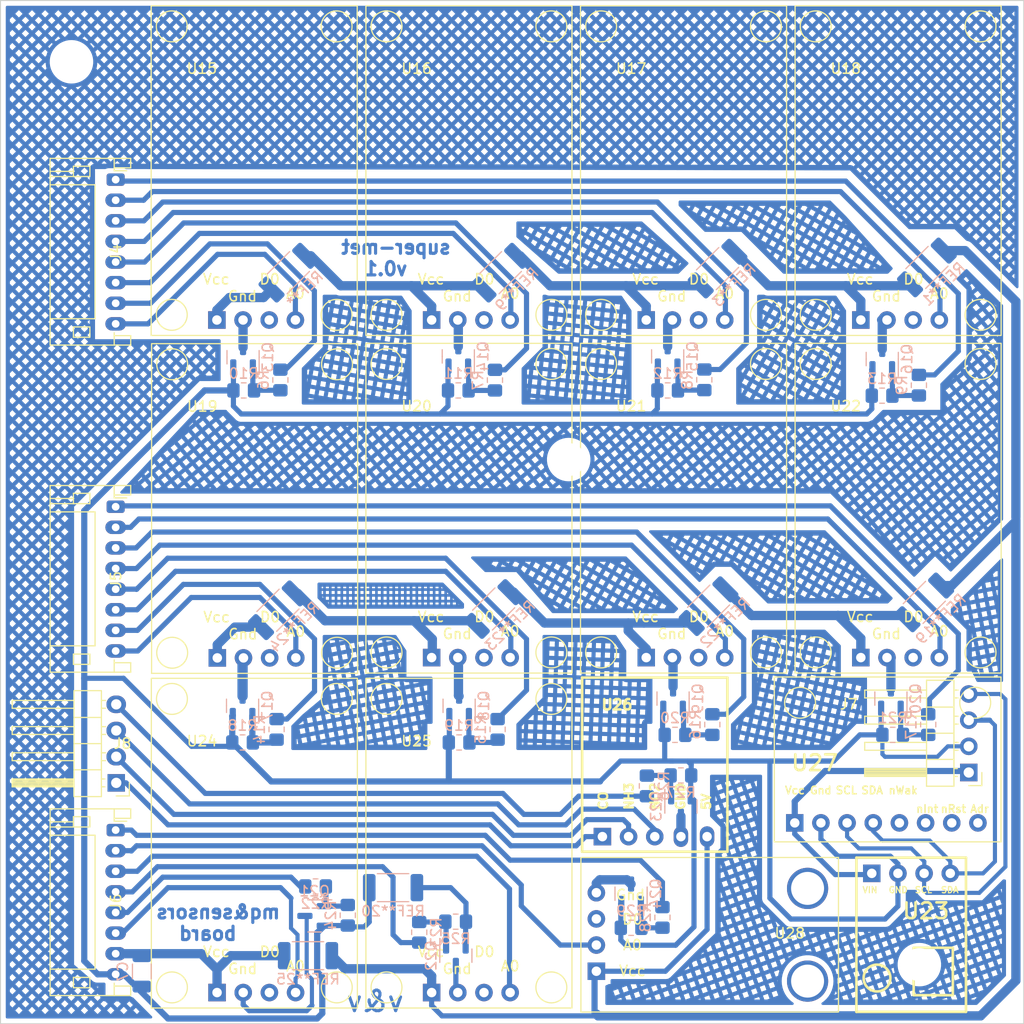
<source format=kicad_pcb>
(kicad_pcb (version 20211014) (generator pcbnew)
  (layers (0 "F.Cu" signal) (31 "B.Cu" signal) (34 "B.Paste" user) (35 "F.Paste" user) (36 "B.SilkS" user "B.Silkscreen") (37 "F.SilkS" user "F.Silkscreen") (38 "B.Mask" user) (39 "F.Mask" user) (44 "Edge.Cuts" user))
  (net 0 "")
  (net 1 "Board_0-/Sensors/3.3v_conn")
  (net 2 "Board_0-/Sensors/5.2v")
  (net 3 "Board_0-/Sensors/s10_en")
  (net 4 "Board_0-/Sensors/s10_out")
  (net 5 "Board_0-/Sensors/s11_12_13_en")
  (net 6 "Board_0-/Sensors/s11_out")
  (net 7 "Board_0-/Sensors/s12_out")
  (net 8 "Board_0-/Sensors/s13_out")
  (net 9 "Board_0-/Sensors/s14_en")
  (net 10 "Board_0-/Sensors/s14_out")
  (net 11 "Board_0-/Sensors/s1_en")
  (net 12 "Board_0-/Sensors/s1_out")
  (net 13 "Board_0-/Sensors/s2_en")
  (net 14 "Board_0-/Sensors/s2_out")
  (net 15 "Board_0-/Sensors/s3_en")
  (net 16 "Board_0-/Sensors/s3_out")
  (net 17 "Board_0-/Sensors/s4_en")
  (net 18 "Board_0-/Sensors/s4_out")
  (net 19 "Board_0-/Sensors/s5_en")
  (net 20 "Board_0-/Sensors/s5_out")
  (net 21 "Board_0-/Sensors/s6_en")
  (net 22 "Board_0-/Sensors/s6_out")
  (net 23 "Board_0-/Sensors/s7_en")
  (net 24 "Board_0-/Sensors/s7_out")
  (net 25 "Board_0-/Sensors/s8_en")
  (net 26 "Board_0-/Sensors/s8_out")
  (net 27 "Board_0-/Sensors/s9_en")
  (net 28 "Board_0-/Sensors/s9_out")
  (net 29 "Board_0-/Sensors/scl")
  (net 30 "Board_0-/Sensors/sda")
  (net 31 "Board_0-GND2")
  (net 32 "Board_0-Net-(Q13-Pad1)")
  (net 33 "Board_0-Net-(Q13-Pad3)")
  (net 34 "Board_0-Net-(Q14-Pad1)")
  (net 35 "Board_0-Net-(Q14-Pad3)")
  (net 36 "Board_0-Net-(Q15-Pad1)")
  (net 37 "Board_0-Net-(Q15-Pad3)")
  (net 38 "Board_0-Net-(Q16-Pad1)")
  (net 39 "Board_0-Net-(Q16-Pad3)")
  (net 40 "Board_0-Net-(Q17-Pad1)")
  (net 41 "Board_0-Net-(Q17-Pad3)")
  (net 42 "Board_0-Net-(Q18-Pad1)")
  (net 43 "Board_0-Net-(Q18-Pad3)")
  (net 44 "Board_0-Net-(Q19-Pad1)")
  (net 45 "Board_0-Net-(Q19-Pad3)")
  (net 46 "Board_0-Net-(Q20-Pad1)")
  (net 47 "Board_0-Net-(Q20-Pad3)")
  (net 48 "Board_0-Net-(Q21-Pad1)")
  (net 49 "Board_0-Net-(Q21-Pad3)")
  (net 50 "Board_0-Net-(Q22-Pad1)")
  (net 51 "Board_0-Net-(Q22-Pad3)")
  (net 52 "Board_0-Net-(Q23-Pad1)")
  (net 53 "Board_0-Net-(Q23-Pad3)")
  (net 54 "Board_0-Net-(Q24-Pad1)")
  (net 55 "Board_0-Net-(Q24-Pad3)")
  (net 56 "Board_0-unconnected-(U15-Pad3)")
  (net 57 "Board_0-unconnected-(U16-Pad3)")
  (net 58 "Board_0-unconnected-(U17-Pad3)")
  (net 59 "Board_0-unconnected-(U18-Pad3)")
  (net 60 "Board_0-unconnected-(U19-Pad3)")
  (net 61 "Board_0-unconnected-(U20-Pad3)")
  (net 62 "Board_0-unconnected-(U21-Pad3)")
  (net 63 "Board_0-unconnected-(U22-Pad3)")
  (net 64 "Board_0-unconnected-(U24-Pad3)")
  (net 65 "Board_0-unconnected-(U25-Pad3)")
  (net 66 "Board_0-unconnected-(U27-Pad5)")
  (net 67 "Board_0-unconnected-(U27-Pad6)")
  (net 68 "Board_0-unconnected-(U27-Pad7)")
  (net 69 "Board_0-unconnected-(U27-Pad8)")
  (net 70 "Board_0-unconnected-(U28-Pad3)")
  (footprint "super-met:MQ BLUE GENERIC MODULE" (layer "F.Cu") (at 80.4614 60.311 90)
    (fp_text reference "U15")
    (fp_text value "MQ GENERIC BOARD SENSOR")
  )
  (footprint "super-met:MQ BLUE GENERIC MODULE" (layer "F.Cu") (at 80.4774 125.589 90)
    (fp_text reference "U24")
    (fp_text value "MQ GENERIC BOARD SENSOR")
  )
  (footprint "super-met:MQ BLUE GENERIC MODULE" (layer "F.Cu") (at 101.3054 60.311 90)
    (fp_text reference "U16")
    (fp_text value "MQ GENERIC BOARD SENSOR")
  )
  (footprint "super-met:MS-1100" (layer "F.Cu") (at 124.6734 134.479 -90)
    (fp_text reference "U28")
    (fp_text value "MS-1100")
  )
  (footprint "super-met:MQ BLUE GENERIC MODULE" (layer "F.Cu") (at 101.3054 125.589 90)
    (fp_text reference "U25")
    (fp_text value "MQ GENERIC BOARD SENSOR")
  )
  (footprint "Connector_JST:JST_PH_S8B-PH-K_1x08_P2.00mm_Horizontal" (layer "F.Cu") (at 67.0154 61.185 -90)
    (fp_text reference "J4")
    (fp_text value "Conn_01x08")
  )
  (footprint "super-met:AHT10 FOOT PRINT" (layer "F.Cu") (at 144.2314 134.479 180)
    (fp_text reference "U23")
    (fp_text value "AHT10 MODULE" hide)
  )
  (footprint "Connector_PinHeader_2.54mm:PinHeader_1x04_P2.54mm_Horizontal" (layer "F.Cu") (at 149.8194 118.731 180)
    (fp_text reference "J7")
    (fp_text value "Conn_01x04")
  )
  (footprint "super-met:MQ BLUE GENERIC MODULE" (layer "F.Cu") (at 80.5018 93.107 90)
    (fp_text reference "U19")
    (fp_text value "MQ GENERIC BOARD SENSOR")
  )
  (footprint "Connector_PinHeader_2.54mm:PinHeader_1x04_P2.54mm_Horizontal" (layer "F.Cu") (at 67.0724 119.737 180)
    (fp_text reference "J8")
    (fp_text value "Conn_01x04")
  )
  (footprint "Connector_JST:JST_PH_S8B-PH-K_1x08_P2.00mm_Horizontal" (layer "F.Cu") (at 67.0154 92.935 -90)
    (fp_text reference "J5")
    (fp_text value "Conn_01x08")
  )
  (footprint "super-met:MQ BLUE GENERIC MODULE" (layer "F.Cu") (at 101.3054 93.077 90)
    (fp_text reference "U20")
    (fp_text value "MQ GENERIC BOARD SENSOR")
  )
  (footprint "" (layer "F.Cu") (at 62.7274 49.7492 90)
    (fp_text reference "")
    (fp_text value "")
  )
  (footprint "super-met:MQ BLUE GENERIC MODULE" (layer "F.Cu") (at 122.1334 60.311 90)
    (fp_text reference "U17")
    (fp_text value "MQ GENERIC BOARD SENSOR")
  )
  (footprint "" (layer "F.Cu") (at 110.9874 88.3572 90)
    (fp_text reference "")
    (fp_text value "")
  )
  (footprint "super-met:MQ BLUE GENERIC MODULE" (layer "F.Cu") (at 142.9614 93.077 90)
    (fp_text reference "U22")
    (fp_text value "MQ GENERIC BOARD SENSOR")
  )
  (footprint "super-met:MICS-6814" (layer "F.Cu") (at 119.3394 117.969)
    (fp_text reference "U26")
    (fp_text value "MICS-6814" hide)
  )
  (footprint "super-met:MQ BLUE GENERIC MODULE" (layer "F.Cu") (at 122.1334 93.077 90)
    (fp_text reference "U21")
    (fp_text value "MQ GENERIC BOARD SENSOR")
  )
  (footprint "Connector_JST:JST_PH_S8B-PH-K_1x08_P2.00mm_Horizontal" (layer "F.Cu") (at 67.0154 124.319 -90)
    (fp_text reference "J6")
    (fp_text value "Conn_01x08")
  )
  (footprint "super-met:MQ BLUE GENERIC MODULE" (layer "F.Cu") (at 142.9614 60.311 90)
    (fp_text reference "U18")
    (fp_text value "MQ GENERIC BOARD SENSOR")
  )
  (footprint "super-met:CCS811" (layer "F.Cu") (at 138.9454 117.461)
    (fp_text reference "U27")
    (fp_text value "CCS811" hide)
  )
  (footprint "MountingHole:MountingHole_3.2mm_M3" (layer "F.Cu") (at 145.0234 137.3792 90)
    (fp_text reference "H2" hide)
    (fp_text value "MountingHole")
  )
  (footprint "Resistor_SMD:R_2010_5025Metric" (layer "B.Cu") (at 93.9394 129.907)
    (fp_text reference "REF**20")
    (fp_text value "R_2010_5025Metric" hide)
  )
  (footprint "Resistor_SMD:R_2010_5025Metric" (layer "B.Cu") (at 85.6844 136.511)
    (fp_text reference "REF**25")
    (fp_text value "R_2010_5025Metric" hide)
  )
  (footprint "Package_TO_SOT_SMD:SOT-23" (layer "B.Cu") (at 100.2734 78.345 90)
    (fp_text reference "Q14")
    (fp_text value "AO3400A")
  )
  (footprint "Resistor_SMD:R_0805_2012Metric_Pad1.20x1.40mm_HandSolder" (layer "B.Cu") (at 86.4194 129.791)
    (fp_text reference "R22")
    (fp_text value "100")
  )
  (footprint "Resistor_SMD:R_0805_2012Metric_Pad1.20x1.40mm_HandSolder" (layer "B.Cu") (at 79.3334 115.8146 180)
    (fp_text reference "R18")
    (fp_text value "1k")
  )
  (footprint "Resistor_SMD:R_0805_2012Metric_Pad1.20x1.40mm_HandSolder" (layer "B.Cu") (at 144.9774 81.139 -90)
    (fp_text reference "R9")
    (fp_text value "100")
  )
  (footprint "Resistor_SMD:R_0805_2012Metric_Pad1.20x1.40mm_HandSolder" (layer "B.Cu") (at 145.8814 114.078 -90)
    (fp_text reference "R17")
    (fp_text value "100")
  )
  (footprint "Resistor_SMD:R_2010_5025Metric" (layer "B.Cu") (at 83.7794 70.217 45)
    (fp_text reference "REF**")
    (fp_text value "R_2010_5025Metric" hide)
  )
  (footprint "Package_TO_SOT_SMD:SOT-23" (layer "B.Cu") (at 121.8794 122.0315 -90)
    (fp_text reference "Q23")
    (fp_text value "AO3400A")
  )
  (footprint "Capacitor_SMD:C_1206_3216Metric" (layer "B.Cu") (at 69.5554 138.035 -90)
    (fp_text reference "C7")
    (fp_text value "10uF")
  )
  (footprint "Resistor_SMD:R_0805_2012Metric_Pad1.20x1.40mm_HandSolder" (layer "B.Cu") (at 89.5454 132.585 -90)
    (fp_text reference "R24")
    (fp_text value "1k")
  )
  (footprint "Package_TO_SOT_SMD:SOT-23" (layer "B.Cu") (at 86.3219 132.651 180)
    (fp_text reference "Q21")
    (fp_text value "AO3400A")
  )
  (footprint "Resistor_SMD:R_0805_2012Metric_Pad1.20x1.40mm_HandSolder" (layer "B.Cu") (at 82.6354 114.5446 -90)
    (fp_text reference "R14")
    (fp_text value "100")
  )
  (footprint "Package_TO_SOT_SMD:SOT-23" (layer "B.Cu") (at 121.1174 111.5555 90)
    (fp_text reference "Q19")
    (fp_text value "AO3400A")
  )
  (footprint "Resistor_SMD:R_2010_5025Metric" (layer "B.Cu") (at 124.562216 102.586184 45)
    (fp_text reference "REF**22")
    (fp_text value "R_2010_5025Metric" hide)
  )
  (footprint "Resistor_SMD:R_2010_5025Metric" (layer "B.Cu") (at 104.3534 70.217 45)
    (fp_text reference "REF**9")
    (fp_text value "R_2010_5025Metric" hide)
  )
  (footprint "Resistor_SMD:R_0805_2012Metric_Pad1.20x1.40mm_HandSolder" (layer "B.Cu") (at 124.1494 80.615 -90)
    (fp_text reference "R8")
    (fp_text value "100")
  )
  (footprint "Package_TO_SOT_SMD:SOT-23" (layer "B.Cu") (at 142.2614 111.5555 90)
    (fp_text reference "Q20")
    (fp_text value "AO3400A")
  )
  (footprint "Resistor_SMD:R_0805_2012Metric_Pad1.20x1.40mm_HandSolder" (layer "B.Cu") (at 79.4454 81.647 180)
    (fp_text reference "R10")
    (fp_text value "1k")
  )
  (footprint "Package_TO_SOT_SMD:SOT-23" (layer "B.Cu") (at 100.3514 112.2586 90)
    (fp_text reference "Q18")
    (fp_text value "AO3400A")
  )
  (footprint "Resistor_SMD:R_2010_5025Metric" (layer "B.Cu") (at 103.702584 102.861582 45)
    (fp_text reference "REF**23")
    (fp_text value "R_2010_5025Metric" hide)
  )
  (footprint "Resistor_SMD:R_0805_2012Metric_Pad1.20x1.40mm_HandSolder" (layer "B.Cu") (at 100.3514 115.8146 180)
    (fp_text reference "R19")
    (fp_text value "1k")
  )
  (footprint "Resistor_SMD:R_2010_5025Metric" (layer "B.Cu") (at 82.7634 102.983 45)
    (fp_text reference "REF**24")
    (fp_text value "R_2010_5025Metric" hide)
  )
  (footprint "Resistor_SMD:R_0805_2012Metric_Pad1.20x1.40mm_HandSolder" (layer "B.Cu") (at 142.4364 115.078 180)
    (fp_text reference "R21")
    (fp_text value "1k")
  )
  (footprint "Package_TO_SOT_SMD:SOT-23" (layer "B.Cu") (at 117.0404 130.4935 90)
    (fp_text reference "Q24")
    (fp_text value "AO3400A")
  )
  (footprint "Resistor_SMD:R_0805_2012Metric_Pad1.20x1.40mm_HandSolder" (layer "B.Cu") (at 104.0884 114.5446 -90)
    (fp_text reference "R15")
    (fp_text value "100")
  )
  (footprint "Resistor_SMD:R_0805_2012Metric_Pad1.20x1.40mm_HandSolder" (layer "B.Cu") (at 120.5934 81.647 180)
    (fp_text reference "R12")
    (fp_text value "1k")
  )
  (footprint "Resistor_SMD:R_2010_5025Metric" (layer "B.Cu") (at 125.4354 69.820184 45)
    (fp_text reference "REF**3")
    (fp_text value "R_2010_5025Metric" hide)
  )
  (footprint "Resistor_SMD:R_0805_2012Metric_Pad1.20x1.40mm_HandSolder" (layer "B.Cu") (at 124.9264 114.078 -90)
    (fp_text reference "R16")
    (fp_text value "100")
  )
  (footprint "Resistor_SMD:R_0805_2012Metric_Pad1.20x1.40mm_HandSolder" (layer "B.Cu") (at 117.0464 133.8075 180)
    (fp_text reference "R29")
    (fp_text value "1k")
  )
  (footprint "Package_TO_SOT_SMD:SOT-23" (layer "B.Cu") (at 79.3334 112.2586 90)
    (fp_text reference "Q17")
    (fp_text value "AO3400A")
  )
  (footprint "Resistor_SMD:R_0805_2012Metric_Pad1.20x1.40mm_HandSolder" (layer "B.Cu") (at 83.0014 80.631 -90)
    (fp_text reference "R6")
    (fp_text value "100")
  )
  (footprint "Package_TO_SOT_SMD:SOT-23" (layer "B.Cu") (at 120.5934 78.345 90)
    (fp_text reference "Q15")
    (fp_text value "AO3400A")
  )
  (footprint "Resistor_SMD:R_0805_2012Metric_Pad1.20x1.40mm_HandSolder" (layer "B.Cu") (at 118.5774 120.033 90)
    (fp_text reference "R26")
    (fp_text value "100")
  )
  (footprint "Resistor_SMD:R_0805_2012Metric_Pad1.20x1.40mm_HandSolder" (layer "B.Cu") (at 121.8794 119.017)
    (fp_text reference "R27")
    (fp_text value "1k")
  )
  (footprint "Package_TO_SOT_SMD:SOT-23" (layer "B.Cu") (at 79.3814 78.4235 90)
    (fp_text reference "Q13")
    (fp_text value "AO3400A")
  )
  (footprint "Resistor_SMD:R_0805_2012Metric_Pad1.20x1.40mm_HandSolder" (layer "B.Cu") (at 100.2734 81.647 180)
    (fp_text reference "R11")
    (fp_text value "1k")
  )
  (footprint "Resistor_SMD:R_2010_5025Metric" (layer "B.Cu") (at 145.7554 69.709 45)
    (fp_text reference "REF**1")
    (fp_text value "R_2010_5025Metric" hide)
  )
  (footprint "Resistor_SMD:R_0805_2012Metric_Pad1.20x1.40mm_HandSolder" (layer "B.Cu") (at 103.8294 80.647 -90)
    (fp_text reference "R7")
    (fp_text value "100")
  )
  (footprint "Resistor_SMD:R_0805_2012Metric_Pad1.20x1.40mm_HandSolder" (layer "B.Cu") (at 100.0194 133.209)
    (fp_text reference "R25")
    (fp_text value "1k")
  )
  (footprint "Resistor_SMD:R_0805_2012Metric_Pad1.20x1.40mm_HandSolder" (layer "B.Cu") (at 121.3064 115.078 180)
    (fp_text reference "R20")
    (fp_text value "1k")
  )
  (footprint "Resistor_SMD:R_2010_5025Metric" (layer "B.Cu") (at 145.5014 102.221 45)
    (fp_text reference "REF**19")
    (fp_text value "R_2010_5025Metric" hide)
  )
  (footprint "Resistor_SMD:R_0805_2012Metric_Pad1.20x1.40mm_HandSolder" (layer "B.Cu") (at 120.0884 132.7955 -90)
    (fp_text reference "R28")
    (fp_text value "100")
  )
  (footprint "Resistor_SMD:R_0805_2012Metric_Pad1.20x1.40mm_HandSolder" (layer "B.Cu") (at 96.4794 134.241 90)
    (fp_text reference "R23")
    (fp_text value "100")
  )
  (footprint "Package_TO_SOT_SMD:SOT-23" (layer "B.Cu") (at 141.4214 78.599 90)
    (fp_text reference "Q16")
    (fp_text value "AO3400A")
  )
  (footprint "Resistor_SMD:R_0805_2012Metric_Pad1.20x1.40mm_HandSolder" (layer "B.Cu") (at 141.4054 82.155 180)
    (fp_text reference "R13")
    (fp_text value "1k")
  )
  (footprint "Package_TO_SOT_SMD:SOT-23" (layer "B.Cu") (at 100.0354 136.511 -90)
    (fp_text reference "Q22")
    (fp_text value "AO3400A")
  )
  (gr_line (start 155.1534 43.801) (end 155.1534 143.115) (layer "Edge.Cuts") (width 0.1))
  (gr_line (start 55.8394 43.801) (end 55.8394 43.801) (layer "Edge.Cuts") (width 0.1))
  (gr_line (start 55.8394 43.801) (end 155.1534 43.801) (layer "Edge.Cuts") (width 0.1))
  (gr_line (start 155.1534 143.115) (end 55.8394 143.115) (layer "Edge.Cuts") (width 0.1))
  (gr_line (start 55.8394 143.115) (end 55.8394 43.801) (layer "Edge.Cuts") (width 0.1))
  (gr_text "mq&sensors\n  board" (at 76.9514 133.3152) (layer "B.Cu") (effects (font (size 1.3 1.3) (thickness 0.3)) (justify mirror)))
  (gr_text "super-met\n  v0.1" (at 94.2234 68.7992) (layer "B.Cu") (effects (font (size 1.3 1.3) (thickness 0.3)) (justify mirror)))
  (gr_text "v&v" (at 92.1914 140.9352) (layer "B.Cu") (effects (font (size 2 2) (thickness 0.3)) (justify mirror)))
  (segment (start 136.8654 128.637) (end 140.2874 128.637) (width 0.5) (layer "B.Cu") (net 1))
  (segment (start 132.9284 124.7) (end 136.8654 128.637) (width 0.5) (layer "B.Cu") (net 1))
  (segment (start 135.8794 118.5832) (end 132.9284 121.5342) (width 0.6) (layer "B.Cu") (net 1))
  (segment (start 149.8194 118.5832) (end 135.8794 118.5832) (width 0.6) (layer "B.Cu") (net 1))
  (segment (start 132.9284 121.5342) (end 132.9284 123.6205) (width 0.6) (layer "B.Cu") (net 1))
  (segment (start 140.2874 128.637) (end 140.40438 128.52002) (width 0.5) (layer "B.Cu") (net 1))
  (segment (start 149.8194 118.731) (end 149.8194 118.5832) (width 0.4) (layer "B.Cu") (net 1))
  (segment (start 132.9284 123.6205) (end 132.9284 124.7) (width 0.5) (layer "B.Cu") (net 1))
  (segment (start 113.4974 142.353) (end 98.6892 142.353) (width 0.5) (layer "B.Cu") (net 2))
  (segment (start 95.7174 71.487) (end 102.353032 71.487) (width 0.9) (layer "B.Cu") (net 2))
  (segment (start 87.996899 136.511) (end 89.266899 137.781) (width 0.9) (layer "B.Cu") (net 2))
  (segment (start 98.6892 142.353) (end 97.6854 141.3492) (width 0.5) (layer "B.Cu") (net 2))
  (segment (start 143.501032 103.491) (end 143.866216 103.856184) (width 0.9) (layer "B.Cu") (net 2))
  (segment (start 116.5454 71.487) (end 123.768584 71.487) (width 0.9) (layer "B.Cu") (net 2))
  (segment (start 127.070584 68.185) (end 130.372584 71.487) (width 0.9) (layer "B.Cu") (net 2))
  (segment (start 139.3414 105.713) (end 139.3414 107.577) (width 0.9) (layer "B.Cu") (net 2))
  (segment (start 87.3354 103.999) (end 95.9714 103.999) (width 0.9) (layer "B.Cu") (net 2))
  (segment (start 84.398584 101.347816) (end 84.684216 101.347816) (width 0.9) (layer "B.Cu") (net 2))
  (segment (start 67.0154 136.319) (end 75.3314 136.319) (width 0.9) (layer "B.Cu") (net 2))
  (segment (start 102.353032 71.487) (end 102.718216 71.852184) (width 0.9) (layer "B.Cu") (net 2))
  (segment (start 105.644798 101.226398) (end 108.639768 104.221368) (width 0.9) (layer "B.Cu") (net 2))
  (segment (start 97.6854 73.455) (end 97.6854 74.811) (width 0.9) (layer "B.Cu") (net 2))
  (segment (start 154.3914 73.011) (end 154.3914 93.966) (width 0.9) (layer "B.Cu") (net 2))
  (segment (start 76.8414 73.853) (end 78.0644 72.63) (width 0.9) (layer "B.Cu") (net 2))
  (segment (start 113.4974 138.195) (end 113.6734 138.019) (width 0.6) (layer "B.Cu") (net 2))
  (segment (start 130.372584 71.487) (end 137.8814 71.487) (width 0.9) (layer "B.Cu") (net 2))
  (segment (start 154.3914 94.22) (end 154.3914 138.924) (width 0.9) (layer "B.Cu") (net 2))
  (segment (start 137.8814 71.487) (end 139.3414 72.947) (width 0.9) (layer "B.Cu") (net 2))
  (segment (start 96.9874 137.781) (end 97.6854 138.479) (width 0.9) (layer "B.Cu") (net 2))
  (segment (start 105.337768 101.226398) (end 105.644798 101.226398) (width 0.9) (layer "B.Cu") (net 2))
  (segment (start 78.1914 136.511) (end 83.371901 136.511) (width 0.9) (layer "B.Cu") (net 2))
  (segment (start 113.6734 142.177) (end 113.4974 142.001) (width 0.6) (layer "B.Cu") (net 2))
  (segment (start 101.569634 103.999) (end 102.0674 104.496766) (width 0.9) (layer "B.Cu") (net 2))
  (segment (start 154.1374 94.601) (end 148.152584 100.585816) (width 0.9) (layer "B.Cu") (net 2))
  (segment (start 97.7494 105.777) (end 97.7494 107.513) (width 0.9) (layer "B.Cu") (net 2))
  (segment (start 76.8574 140.089) (end 76.8574 137.845) (width 0.9) (layer "B.Cu") (net 2))
  (segment (start 75.3314 136.319) (end 76.8574 137.845) (width 0.9) (layer "B.Cu") (net 2))
  (segment (start 81.3664 72.63) (end 82.144216 71.852184) (width 0.9) (layer "B.Cu") (net 2))
  (segment (start 85.414584 68.581816) (end 85.954216 68.581816) (width 0.9) (layer "B.Cu") (net 2))
  (segment (start 116.767768 104.983368) (end 116.767768 104.221368) (width 0.9) (layer "B.Cu") (net 2))
  (segment (start 120.3714 138.019) (end 124.4194 133.971) (width 0.5) (layer "B.Cu") (net 2))
  (segment (start 147.390584 68.073816) (end 149.454216 68.073816) (width 0.9) (layer "B.Cu") (net 2))
  (segment (start 118.5134 107.577) (end 118.5134 106.729) (width 0.9) (layer "B.Cu") (net 2))
  (segment (start 85.954216 68.581816) (end 88.8594 71.487) (width 0.9) (layer "B.Cu") (net 2))
  (segment (start 97.6854 138.479) (end 97.6854 140.089) (width 0.9) (layer "B.Cu") (net 2))
  (segment (start 150.9624 142.353) (end 113.8494 142.353) (width 0.9) (layer "B.Cu") (net 2))
  (segment (start 97.6854 140.089) (end 97.4954 140.279) (width 0.5) (layer "B.Cu") (net 2))
  (segment (start 149.454216 68.073816) (end 154.3914 73.011) (width 0.9) (layer "B.Cu") (net 2))
  (segment (start 95.9714 103.999) (end 97.7494 105.777) (width 0.9) (layer "B.Cu") (net 2))
  (segment (start 137.1194 103.491) (end 139.3414 105.713) (width 0.9) (layer "B.Cu") (net 2))
  (segment (start 113.6734 138.019) (end 120.3714 138.019) (width 0.5) (layer "B.Cu") (net 2))
  (segment (start 95.9714 103.999) (end 101.569634 103.999) (width 0.9) (layer "B.Cu") (net 2))
  (segment (start 137.8814 71.487) (end 143.9774 71.487) (width 0.9) (layer "B.Cu") (net 2))
  (segment (start 116.767768 104.221368) (end 118.291768 104.221368) (width 0.9) (layer "B.Cu") (net 2))
  (segment (start 126.1974 100.951) (end 128.7374 103.491) (width 0.9) (layer "B.Cu") (net 2))
  (segment (start 143.9774 71.487) (end 144.120216 71.344184) (width 0.9) (layer "B.Cu") (net 2))
  (segment (start 95.7174 71.487) (end 97.6854 73.455) (width 0.9) (layer "B.Cu") (net 2))
  (segment (start 97.6854 141.3492) (end 97.6854 140.089) (width 0.5) (layer "B.Cu") (net 2))
  (segment (start 105.988584 68.581816) (end 106.274216 68.581816) (width 0.9) (layer "B.Cu") (net 2))
  (segment (start 76.8818 107.607) (end 76.8818 106.3246) (width 0.9) (layer "B.Cu") (net 2))
  (segment (start 148.152584 100.585816) (end 147.136584 100.585816) (width 0.9) (layer "B.Cu") (net 2))
  (segment (start 76.8414 74.811) (end 76.8414 73.853) (width 0.9) (layer "B.Cu") (net 2))
  (segment (start 128.7374 103.491) (end 137.1194 103.491) (width 0.9) (layer "B.Cu") (net 2))
  (segment (start 78.0644 72.63) (end 81.3664 72.63) (width 0.9) (layer "B.Cu") (net 2))
  (segment (start 76.8818 106.3246) (end 78.588216 104.618184) (width 0.9) (layer "B.Cu") (net 2))
  (segment (start 88.8594 71.487) (end 95.7174 71.487) (width 0.9) (layer "B.Cu") (net 2))
  (segment (start 109.1794 71.487) (end 116.5454 71.487) (width 0.9) (layer "B.Cu") (net 2))
  (segment (start 78.588216 104.618184) (end 81.128216 104.618184) (width 0.9) (layer "B.Cu") (net 2))
  (segment (start 113.8494 142.353) (end 113.6734 142.177) (width 0.9) (layer "B.Cu") (net 2))
  (segment (start 113.6734 142.177) (end 113.4974 142.353) (width 0.5) (layer "B.Cu") (net 2))
  (segment (start 106.274216 68.581816) (end 109.1794 71.487) (width 0.9) (layer "B.Cu") (net 2))
  (segment (start 123.768584 71.487) (end 123.800216 71.455368) (width 0.9) (layer "B.Cu") (net 2))
  (segment (start 89.266899 137.781) (end 96.9874 137.781) (width 0.9) (layer "B.Cu") (net 2))
  (segment (start 118.5134 106.729) (end 116.767768 104.983368) (width 0.9) (layer "B.Cu") (net 2))
  (segment (start 124.4194 133.971) (end 124.4194 124.95413) (width 0.5) (layer "B.Cu") (net 2))
  (segment (start 118.291768 104.221368) (end 122.927032 104.221368) (width 0.9) (layer "B.Cu") (net 2))
  (segment (start 84.684216 101.347816) (end 87.3354 103.999) (width 0.9) (layer "B.Cu") (net 2))
  (segment (start 97.7494 107.513) (end 97.6854 107.577) (width 0.9) (layer "B.Cu") (net 2))
  (segment (start 154.3914 138.924) (end 150.9624 142.353) (width 0.9) (layer "B.Cu") (net 2))
  (segment (start 118.5134 73.455) (end 118.5134 74.811) (width 0.9) (layer "B.Cu") (net 2))
  (segment (start 113.4974 142.001) (end 113.4974 138.195) (width 0.6) (layer "B.Cu") (net 2))
  (segment (start 137.1194 103.491) (end 143.501032 103.491) (width 0.9) (layer "B.Cu") (net 2))
  (segment (start 76.8574 137.845) (end 78.1914 136.511) (width 0.9) (layer "B.Cu") (net 2))
  (segment (start 139.3414 72.947) (end 139.3414 74.811) (width 0.9) (layer "B.Cu") (net 2))
  (segment (start 108.639768 104.221368) (end 116.767768 104.221368) (width 0.9) (layer "B.Cu") (net 2))
  (segment (start 116.5454 71.487) (end 118.5134 73.455) (width 0.9) (layer "B.Cu") (net 2))
  (segment (start 96.4794 135.241) (end 94.7014 135.241) (width 0.5) (layer "B.Cu") (net 3))
  (segment (start 94.7014 135.241) (end 93.9394 134.479) (width 0.5) (layer "B.Cu") (net 3))
  (segment (start 93.9394 134.479) (end 93.9394 128.891) (width 0.5) (layer "B.Cu") (net 3))
  (segment (start 92.9234 127.875) (end 71.0794 127.875) (width 0.5) (layer "B.Cu") (net 3))
  (segment (start 93.9394 128.891) (end 92.9234 127.875) (width 0.5) (layer "B.Cu") (net 3))
  (segment (start 68.6354 130.319) (end 67.0154 130.319) (width 0.5) (layer "B.Cu") (net 3))
  (segment (start 71.0794 127.875) (end 68.6354 130.319) (width 0.5) (layer "B.Cu") (net 3))
  (segment (start 105.2424 140.026) (end 105.2424 130.034) (width 0.5) (layer "B.Cu") (net 4))
  (segment (start 69.1114 128.319) (end 67.0154 128.319) (width 0.5) (layer "B.Cu") (net 4))
  (segment (start 105.3054 140.089) (end 105.2424 140.026) (width 0.5) (layer "B.Cu") (net 4))
  (segment (start 102.0674 126.859) (end 70.5714 126.859) (width 0.5) (layer "B.Cu") (net 4))
  (segment (start 70.5714 126.859) (end 69.1114 128.319) (width 0.5) (layer "B.Cu") (net 4))
  (segment (start 105.2424 130.034) (end 102.0674 126.859) (width 0.5) (layer "B.Cu") (net 4))
  (segment (start 111.9574 121.033) (end 110.1954 122.795) (width 0.5) (layer "B.Cu") (net 5))
  (segment (start 106.6394 122.795) (end 104.6074 120.763) (width 0.5) (layer "B.Cu") (net 5))
  (segment (start 110.1954 122.795) (end 106.6394 122.795) (width 0.5) (layer "B.Cu") (net 5))
  (segment (start 118.5774 121.033) (end 111.9574 121.033) (width 0.5) (layer "B.Cu") (net 5))
  (segment (start 104.6074 120.763) (end 75.7184 120.763) (width 0.5) (layer "B.Cu") (net 5))
  (segment (start 75.7184 120.763) (end 67.0724 112.117) (width 0.5) (layer "B.Cu") (net 5))
  (segment (start 111.7194 125.843) (end 105.3694 125.843) (width 0.5) (layer "B.Cu") (net 6))
  (segment (start 68.0214 119.737) (end 67.0724 119.737) (width 0.5) (layer "B.Cu") (net 6))
  (segment (start 105.3694 125.843) (end 103.3374 123.811) (width 0.5) (layer "B.Cu") (net 6))
  (segment (start 103.3374 123.811) (end 72.0954 123.811) (width 0.5) (layer "B.Cu") (net 6))
  (segment (start 112.60827 124.95413) (end 111.7194 125.843) (width 0.5) (layer "B.Cu") (net 6))
  (segment (start 114.2594 124.95413) (end 112.60827 124.95413) (width 0.5) (layer "B.Cu") (net 6))
  (segment (start 72.0954 123.811) (end 68.0214 119.737) (width 0.5) (layer "B.Cu") (net 6))
  (segment (start 111.2114 124.827) (end 105.6234 124.827) (width 0.5) (layer "B.Cu") (net 7))
  (segment (start 103.5914 122.795) (end 72.6704 122.795) (width 0.5) (layer "B.Cu") (net 7))
  (segment (start 116.7994 123.811) (end 116.2914 123.303) (width 0.5) (layer "B.Cu") (net 7))
  (segment (start 72.6704 122.795) (end 67.0724 117.197) (width 0.5) (layer "B.Cu") (net 7))
  (segment (start 116.2914 123.303) (end 112.7354 123.303) (width 0.5) (layer "B.Cu") (net 7))
  (segment (start 105.6234 124.827) (end 103.5914 122.795) (width 0.5) (layer "B.Cu") (net 7))
  (segment (start 112.7354 123.303) (end 111.2114 124.827) (width 0.5) (layer "B.Cu") (net 7))
  (segment (start 116.7994 124.95413) (end 116.7994 123.811) (width 0.5) (layer "B.Cu") (net 7))
  (segment (start 119.3394 124.95413) (end 119.3394 124.2936) (width 0.5) (layer "B.Cu") (net 8))
  (segment (start 110.7034 123.811) (end 106.1314 123.811) (width 0.5) (layer "B.Cu") (net 8))
  (segment (start 119.3394 124.2936) (end 117.3328 122.287) (width 0.5) (layer "B.Cu") (net 8))
  (segment (start 106.1314 123.811) (end 104.0994 121.779) (width 0.5) (layer "B.Cu") (net 8))
  (segment (start 117.3328 122.287) (end 112.2274 122.287) (width 0.5) (layer "B.Cu") (net 8))
  (segment (start 112.2274 122.287) (end 110.7034 123.811) (width 0.5) (layer "B.Cu") (net 8))
  (segment (start 74.1944 121.779) (end 67.0724 114.657) (width 0.5) (layer "B.Cu") (net 8))
  (segment (start 104.0994 121.779) (end 74.1944 121.779) (width 0.5) (layer "B.Cu") (net 8))
  (segment (start 117.9424 127.24) (end 105.3059 127.24) (width 0.5) (layer "B.Cu") (net 9))
  (segment (start 105.3059 127.24) (end 102.8929 124.827) (width 0.5) (layer "B.Cu") (net 9))
  (segment (start 120.0884 131.7955) (end 120.0884 129.386) (width 0.5) (layer "B.Cu") (net 9))
  (segment (start 120.0884 129.386) (end 117.9424 127.24) (width 0.5) (layer "B.Cu") (net 9))
  (segment (start 102.8929 124.827) (end 69.0474 124.827) (width 0.5) (layer "B.Cu") (net 9))
  (segment (start 69.0474 124.827) (end 68.5394 124.319) (width 0.5) (layer "B.Cu") (net 9))
  (segment (start 68.5394 124.319) (end 67.0154 124.319) (width 0.5) (layer "B.Cu") (net 9))
  (segment (start 68.5394 126.351) (end 68.5074 126.319) (width 0.5) (layer "B.Cu") (net 10))
  (segment (start 69.0474 125.843) (end 68.5394 126.351) (width 0.5) (layer "B.Cu") (net 10))
  (segment (start 102.5754 125.843) (end 69.0474 125.843) (width 0.5) (layer "B.Cu") (net 10))
  (segment (start 106.3854 129.653) (end 102.5754 125.843) (width 0.5) (layer "B.Cu") (net 10))
  (segment (start 68.5074 126.319) (end 67.0154 126.319) (width 0.5) (layer "B.Cu") (net 10))
  (segment (start 110.1794 135.479) (end 106.3854 131.685) (width 0.5) (layer "B.Cu") (net 10))
  (segment (start 113.6734 135.479) (end 110.1794 135.479) (width 0.5) (layer "B.Cu") (net 10))
  (segment (start 106.3854 131.685) (end 106.3854 129.653) (width 0.5) (layer "B.Cu") (net 10))
  (segment (start 83.4934 79.631) (end 83.0014 79.631) (width 0.5) (layer "B.Cu") (net 11))
  (segment (start 70.3974 73.185) (end 76.1594 67.423) (width 0.5) (layer "B.Cu") (net 11))
  (segment (start 67.0154 73.185) (end 70.3974 73.185) (width 0.5) (layer "B.Cu") (net 11))
  (segment (start 76.1594 67.423) (end 81.7474 67.423) (width 0.5) (layer "B.Cu") (net 11))
  (segment (start 81.7474 67.423) (end 86.3034 71.979) (width 0.5) (layer "B.Cu") (net 11))
  (segment (start 86.3034 71.979) (end 86.3034 76.821) (width 0.5) (layer "B.Cu") (net 11))
  (segment (start 86.3034 76.821) (end 83.4934 79.631) (width 0.5) (layer "B.Cu") (net 11))
  (segment (start 70.1594 75.185) (end 76.9054 68.439) (width 0.5) (layer "B.Cu") (net 12))
  (segment (start 84.4614 71.407) (end 84.4614 74.811) (width 0.5) (layer "B.Cu") (net 12))
  (segment (start 67.0154 75.185) (end 70.1594 75.185) (width 0.5) (layer "B.Cu") (net 12))
  (segment (start 76.9054 68.439) (end 81.4934 68.439) (width 0.5) (layer "B.Cu") (net 12))
  (segment (start 81.4934 68.439) (end 84.4614 71.407) (width 0.5) (layer "B.Cu") (net 12))
  (segment (start 104.8134 79.647) (end 103.8294 79.647) (width 0.5) (layer "B.Cu") (net 13))
  (segment (start 67.0154 69.185) (end 69.8254 69.185) (width 0.5) (layer "B.Cu") (net 13))
  (segment (start 106.8934 77.567) (end 104.8134 79.647) (width 0.5) (layer "B.Cu") (net 13))
  (segment (start 69.8254 69.185) (end 73.6194 65.391) (width 0.5) (layer "B.Cu") (net 13))
  (segment (start 100.0354 65.391) (end 106.8934 72.249) (width 0.5) (layer "B.Cu") (net 13))
  (segment (start 73.6194 65.391) (end 100.0354 65.391) (width 0.5) (layer "B.Cu") (net 13))
  (segment (start 106.8934 72.249) (end 106.8934 77.567) (width 0.5) (layer "B.Cu") (net 13))
  (segment (start 67.0154 71.185) (end 70.3654 71.185) (width 0.5) (layer "B.Cu") (net 14))
  (segment (start 99.7814 66.407) (end 105.3694 71.995) (width 0.5) (layer "B.Cu") (net 14))
  (segment (start 105.3694 71.995) (end 105.3694 74.811) (width 0.5) (layer "B.Cu") (net 14))
  (segment (start 70.3654 71.185) (end 75.1434 66.407) (width 0.5) (layer "B.Cu") (net 14))
  (segment (start 75.1434 66.407) (end 99.7814 66.407) (width 0.5) (layer "B.Cu") (net 14))
  (segment (start 71.5874 63.359) (end 69.7614 65.185) (width 0.5) (layer "B.Cu") (net 15))
  (segment (start 119.5934 63.359) (end 71.5874 63.359) (width 0.5) (layer "B.Cu") (net 15))
  (segment (start 128.2294 77.059) (end 128.2294 71.995) (width 0.5) (layer "B.Cu") (net 15))
  (segment (start 125.6734 79.615) (end 128.2294 77.059) (width 0.5) (layer "B.Cu") (net 15))
  (segment (start 124.1494 79.615) (end 125.6734 79.615) (width 0.5) (layer "B.Cu") (net 15))
  (segment (start 69.7614 65.185) (end 67.0154 65.185) (width 0.5) (layer "B.Cu") (net 15))
  (segment (start 128.2294 71.995) (end 119.5934 63.359) (width 0.5) (layer "B.Cu") (net 15))
  (segment (start 67.0154 67.185) (end 69.7934 67.185) (width 0.5) (layer "B.Cu") (net 16))
  (segment (start 72.6034 64.375) (end 119.0854 64.375) (width 0.5) (layer "B.Cu") (net 16))
  (segment (start 119.0854 64.375) (end 126.1974 71.487) (width 0.5) (layer "B.Cu") (net 16))
  (segment (start 126.1974 74.35) (end 125.7364 74.811) (width 0.5) (layer "B.Cu") (net 16))
  (segment (start 126.1974 71.487) (end 126.1974 74.35) (width 0.5) (layer "B.Cu") (net 16))
  (segment (start 69.7934 67.185) (end 72.6034 64.375) (width 0.5) (layer "B.Cu") (net 16))
  (segment (start 67.1574 61.327) (end 67.0154 61.185) (width 0.5) (layer "B.Cu") (net 17))
  (segment (start 148.8034 77.837) (end 148.8034 72.249) (width 0.5) (layer "B.Cu") (net 17))
  (segment (start 137.8814 61.327) (end 67.1574 61.327) (width 0.5) (layer "B.Cu") (net 17))
  (segment (start 144.9774 80.139) (end 146.5014 80.139) (width 0.5) (layer "B.Cu") (net 17))
  (segment (start 146.5014 80.139) (end 148.8034 77.837) (width 0.5) (layer "B.Cu") (net 17))
  (segment (start 148.8034 72.249) (end 137.8814 61.327) (width 0.5) (layer "B.Cu") (net 17))
  (segment (start 147.0254 74.222) (end 147.0254 71.995) (width 0.5) (layer "B.Cu") (net 18))
  (segment (start 146.4364 74.811) (end 147.0254 74.222) (width 0.5) (layer "B.Cu") (net 18))
  (segment (start 147.0254 71.995) (end 137.3734 62.343) (width 0.5) (layer "B.Cu") (net 18))
  (segment (start 137.3734 62.343) (end 70.5714 62.343) (width 0.5) (layer "B.Cu") (net 18))
  (segment (start 69.7294 63.185) (end 67.0154 63.185) (width 0.5) (layer "B.Cu") (net 18))
  (segment (start 70.5714 62.343) (end 69.7294 63.185) (width 0.5) (layer "B.Cu") (net 18))
  (segment (start 81.0154 100.473) (end 73.5894 100.473) (width 0.5) (layer "B.Cu") (net 19))
  (segment (start 86.3184 105.776) (end 81.0154 100.473) (width 0.5) (layer "B.Cu") (net 19))
  (segment (start 83.6354 113.5446) (end 86.3184 110.8616) (width 0.5) (layer "B.Cu") (net 19))
  (segment (start 86.3184 110.8616) (end 86.3184 105.776) (width 0.5) (layer "B.Cu") (net 19))
  (segment (start 73.5894 100.473) (end 69.1274 104.935) (width 0.5) (layer "B.Cu") (net 19))
  (segment (start 69.1274 104.935) (end 67.0154 104.935) (width 0.5) (layer "B.Cu") (net 19))
  (segment (start 82.6354 113.5446) (end 83.6354 113.5446) (width 0.5) (layer "B.Cu") (net 19))
  (segment (start 84.5018 105.2294) (end 81.0154 101.743) (width 0.5) (layer "B.Cu") (net 20))
  (segment (start 81.0154 101.743) (end 74.3514 101.743) (width 0.5) (layer "B.Cu") (net 20))
  (segment (start 74.3514 101.743) (end 69.1594 106.935) (width 0.5) (layer "B.Cu") (net 20))
  (segment (start 69.1594 106.935) (end 67.0154 106.935) (width 0.5) (layer "B.Cu") (net 20))
  (segment (start 84.5018 107.607) (end 84.5018 105.2294) (width 0.5) (layer "B.Cu") (net 20))
  (segment (start 69.0314 100.935) (end 67.0154 100.935) (width 0.5) (layer "B.Cu") (net 21))
  (segment (start 69.0474 100.951) (end 69.0314 100.935) (width 0.5) (layer "B.Cu") (net 21))
  (segment (start 99.0494 97.933) (end 72.0654 97.933) (width 0.5) (layer "B.Cu") (net 21))
  (segment (start 106.8934 105.777) (end 99.0494 97.933) (width 0.5) (layer "B.Cu") (net 21))
  (segment (start 72.0654 97.933) (end 69.0474 100.951) (width 0.5) (layer "B.Cu") (net 21))
  (segment (start 104.0884 113.5446) (end 106.8934 110.7396) (width 0.5) (layer "B.Cu") (net 21))
  (segment (start 106.8934 110.7396) (end 106.8934 105.777) (width 0.5) (layer "B.Cu") (net 21))
  (segment (start 104.0884 113.5446) (end 104.1044 113.5286) (width 0.5) (layer "B.Cu") (net 21))
  (segment (start 105.3694 107.545) (end 105.3694 105.523) (width 0.5) (layer "B.Cu") (net 22))
  (segment (start 105.4314 107.607) (end 105.3694 107.545) (width 0.5) (layer "B.Cu") (net 22))
  (segment (start 69.0954 102.935) (end 67.0154 102.935) (width 0.5) (layer "B.Cu") (net 22))
  (segment (start 99.0494 99.203) (end 72.8274 99.203) (width 0.5) (layer "B.Cu") (net 22))
  (segment (start 72.8274 99.203) (end 69.0954 102.935) (width 0.5) (layer "B.Cu") (net 22))
  (segment (start 105.3694 105.523) (end 99.0494 99.203) (width 0.5) (layer "B.Cu") (net 22))
  (segment (start 127.9754 111.394) (end 127.9754 105.777) (width 0.5) (layer "B.Cu") (net 23))
  (segment (start 126.2914 113.078) (end 127.9754 111.394) (width 0.5) (layer "B.Cu") (net 23))
  (segment (start 127.9754 105.777) (end 117.5914 95.393) (width 0.5) (layer "B.Cu") (net 23))
  (segment (start 70.5414 95.393) (end 68.9994 96.935) (width 0.5) (layer "B.Cu") (net 23))
  (segment (start 68.9994 96.935) (end 67.0154 96.935) (width 0.5) (layer "B.Cu") (net 23))
  (segment (start 124.9264 113.078) (end 126.2914 113.078) (width 0.5) (layer "B.Cu") (net 23))
  (segment (start 117.5914 95.393) (end 70.5414 95.393) (width 0.5) (layer "B.Cu") (net 23))
  (segment (start 126.1974 107.418) (end 126.1974 105.777) (width 0.5) (layer "B.Cu") (net 24))
  (segment (start 117.0834 96.663) (end 71.3034 96.663) (width 0.5) (layer "B.Cu") (net 24))
  (segment (start 71.3034 96.663) (end 69.0314 98.935) (width 0.5) (layer "B.Cu") (net 24))
  (segment (start 126.1974 105.777) (end 117.0834 96.663) (width 0.5) (layer "B.Cu") (net 24))
  (segment (start 69.0314 98.935) (end 67.0154 98.935) (width 0.5) (layer "B.Cu") (net 24))
  (segment (start 126.3864 107.607) (end 126.1974 107.418) (width 0.5) (layer "B.Cu") (net 24))
  (segment (start 148.8034 108.825) (end 148.8034 105.269) (width 0.5) (layer "B.Cu") (net 25))
  (segment (start 146.0094 112.95) (end 146.0094 111.619) (width 0.5) (layer "B.Cu") (net 25))
  (segment (start 145.8814 113.078) (end 146.0094 112.95) (width 0.5) (layer "B.Cu") (net 25))
  (segment (start 67.0974 92.853) (end 67.0154 92.935) (width 0.5) (layer "B.Cu") (net 25))
  (segment (start 136.3874 92.853) (end 67.0974 92.853) (width 0.5) (layer "B.Cu") (net 25))
  (segment (start 146.0094 111.619) (end 148.8034 108.825) (width 0.5) (layer "B.Cu") (net 25))
  (segment (start 148.8034 105.269) (end 136.3874 92.853) (width 0.5) (layer "B.Cu") (net 25))
  (segment (start 69.2714 94.123) (end 68.4594 94.935) (width 0.5) (layer "B.Cu") (net 26))
  (segment (start 68.4594 94.935) (end 67.0154 94.935) (width 0.5) (layer "B.Cu") (net 26))
  (segment (start 147.3414 107.607) (end 147.0254 107.291) (width 0.5) (layer "B.Cu") (net 26))
  (segment (start 147.0254 105.015) (end 136.1334 94.123) (width 0.5) (layer "B.Cu") (net 26))
  (segment (start 136.1334 94.123) (end 69.2714 94.123) (width 0.5) (layer "B.Cu") (net 26))
  (segment (start 147.0254 107.291) (end 147.0254 105.015) (width 0.5) (layer "B.Cu") (net 26))
  (segment (start 68.1594 132.319) (end 67.0154 132.319) (width 0.5) (layer "B.Cu") (net 27))
  (segment (start 71.5874 128.891) (end 68.1594 132.319) (width 0.5) (layer "B.Cu") (net 27))
  (segment (start 85.4194 129.791) (end 84.9334 129.791) (width 0.5) (layer "B.Cu") (net 27))
  (segment (start 84.0334 128.891) (end 71.5874 128.891) (width 0.5) (layer "B.Cu") (net 27))
  (segment (start 84.9334 129.791) (end 84.0334 128.891) (width 0.5) (layer "B.Cu") (net 27))
  (segment (start 84.6684 134.479) (end 84.0334 133.844) (width 0.4) (layer "B.Cu") (net 28))
  (segment (start 84.6684 138.543) (end 84.6684 134.479) (width 0.4) (layer "B.Cu") (net 28))
  (segment (start 84.0334 130.923) (end 83.0174 129.907) (width 0.5) (layer "B.Cu") (net 28))
  (segment (start 72.0954 129.907) (end 67.6834 134.319) (width 0.5) (layer "B.Cu") (net 28))
  (segment (start 83.0174 129.907) (end 72.0954 129.907) (width 0.5) (layer "B.Cu") (net 28))
  (segment (start 67.6834 134.319) (end 67.0154 134.319) (width 0.5) (layer "B.Cu") (net 28))
  (segment (start 84.4774 140.089) (end 84.0334 139.645) (width 0.5) (layer "B.Cu") (net 28))
  (segment (start 84.0334 133.844) (end 84.0334 130.923) (width 0.4) (layer "B.Cu") (net 28))
  (segment (start 84.4774 138.734) (end 84.6684 138.543) (width 0.4) (layer "B.Cu") (net 28))
  (segment (start 84.4774 140.089) (end 84.4774 138.734) (width 0.4) (layer "B.Cu") (net 28))
  (segment (start 153.3754 127.875) (end 153.3754 111.619) (width 0.4) (layer "B.Cu") (net 29))
  (segment (start 145.5014 128.503) (end 145.48438 128.52002) (width 0.4) (layer "B.Cu") (net 29))
  (segment (start 153.3754 111.619) (end 152.8674 111.111) (width 0.4) (layer "B.Cu") (net 29))
  (segment (start 145.48438 128.52002) (end 145.48438 130.14398) (width 0.4) (layer "B.Cu") (net 29))
  (segment (start 145.7554 130.415) (end 150.8354 130.415) (width 0.4) (layer "B.Cu") (net 29))
  (segment (start 144.2314 126.097) (end 145.5014 127.367) (width 0.4) (layer "B.Cu") (net 29))
  (segment (start 152.8674 111.111) (end 149.8194 111.111) (width 0.4) (layer "B.Cu") (net 29))
  (segment (start 150.8354 130.415) (end 153.3754 127.875) (width 0.4) (layer "B.Cu") (net 29))
  (segment (start 145.5014 127.367) (end 145.5014 128.503) (width 0.4) (layer "B.Cu") (net 29))
  (segment (start 138.0084 123.6205) (end 138.0084 124.954) (width 0.4) (layer "B.Cu") (net 29))
  (segment (start 138.0084 124.954) (end 139.1514 126.097) (width 0.4) (layer "B.Cu") (net 29))
  (segment (start 145.48438 130.14398) (end 145.7554 130.415) (width 0.4) (layer "B.Cu") (net 29))
  (segment (start 139.1514 126.097) (end 144.2314 126.097) (width 0.4) (layer "B.Cu") (net 29))
  (segment (start 152.3594 127.367) (end 151.20638 128.52002) (width 0.4) (layer "B.Cu") (net 30))
  (segment (start 140.5484 123.6205) (end 140.5484 124.446) (width 0.4) (layer "B.Cu") (net 30))
  (segment (start 152.3594 114.159) (end 152.3594 127.367) (width 0.4) (layer "B.Cu") (net 30))
  (segment (start 146.0094 125.335) (end 148.02438 127.34998) (width 0.4) (layer "B.Cu") (net 30))
  (segment (start 140.5484 124.446) (end 141.4374 125.335) (width 0.4) (layer "B.Cu") (net 30))
  (segment (start 148.02438 127.34998) (end 148.02438 128.52002) (width 0.4) (layer "B.Cu") (net 30))
  (segment (start 151.20638 128.52002) (end 148.02438 128.52002) (width 0.4) (layer "B.Cu") (net 30))
  (segment (start 151.8514 113.651) (end 152.3594 114.159) (width 0.4) (layer "B.Cu") (net 30))
  (segment (start 151.3434 113.651) (end 151.8514 113.651) (width 0.4) (layer "B.Cu") (net 30))
  (segment (start 141.4374 125.335) (end 146.0094 125.335) (width 0.4) (layer "B.Cu") (net 30))
  (segment (start 149.8194 113.651) (end 151.8514 113.651) (width 0.5) (layer "B.Cu") (net 30))
  (segment (start 130.5154 117.618) (end 136.7084 117.618) (width 0.5) (layer "B.Cu") (net 31))
  (segment (start 63.9674 123.303) (end 63.9674 109.587) (width 0.6) (layer "B.Cu") (net 31))
  (segment (start 91.1454 133.717) (end 89.6774 133.717) (width 0.5) (layer "B.Cu") (net 31))
  (segment (start 86.5734 142.607) (end 87.0694 142.111) (width 0.6) (layer "B.Cu") (net 31))
  (segment (start 63.9674 93.331) (end 75.6514 81.647) (width 0.6) (layer "B.Cu") (net 31))
  (segment (start 78.4454 81.647) (end 78.4454 79.375) (width 0.5) (layer "B.Cu") (net 31))
  (segment (start 136.7084 117.618) (end 139.2484 115.078) (width 0.5) (layer "B.Cu") (net 31))
  (segment (start 130.5154 130.923) (end 130.5154 117.618) (width 0.5) (layer "B.Cu") (net 31))
  (segment (start 142.94438 127.60398) (end 142.94438 128.52002) (width 0.5) (layer "B.Cu") (net 31))
  (segment (start 122.8794 119.017) (end 122.8794 117.953) (width 0.5) (layer "B.Cu") (net 31))
  (segment (start 67.0154 138.319) (end 67.8074 138.319) (width 0.6) (layer "B.Cu") (net 31))
  (segment (start 67.7774 109.587) (end 63.9674 109.587) (width 0.5) (layer "B.Cu") (net 31))
  (segment (start 146.7714 117.207) (end 141.6914 117.207) (width 0.4) (layer "B.Cu") (net 31))
  (segment (start 99.2734 81.647) (end 99.2734 83.171) (width 0.5) (layer "B.Cu") (net 31))
  (segment (start 78.3334 115.8146) (end 78.3334 113.2461) (width 0.6) (layer "B.Cu") (net 31))
  (segment (start 140.4054 83.441) (end 140.4054 82.155) (width 0.5) (layer "B.Cu") (net 31))
  (segment (start 99.5274 129.907) (end 96.251899 129.907) (width 0.5) (layer "B.Cu") (net 31))
  (segment (start 100.9854 133.243) (end 101.0194 133.209) (width 0.5) (layer "B.Cu") (net 31))
  (segment (start 78.4454 81.647) (end 78.4454 83.171) (width 0.5) (layer "B.Cu") (net 31))
  (segment (start 98.5114 83.933) (end 119.0854 83.933) (width 0.5) (layer "B.Cu") (net 31))
  (segment (start 140.4054 79.6025) (end 140.4714 79.5365) (width 0.5) (layer "B.Cu") (net 31))
  (segment (start 141.4364 116.952) (end 141.4364 115.078) (width 0.4) (layer "B.Cu") (net 31))
  (segment (start 119.5934 81.647) (end 119.5934 83.425) (width 0.5) (layer "B.Cu") (net 31))
  (segment (start 89.5294 133.601) (end 89.5454 133.585) (width 0.5) (layer "B.Cu") (net 31))
  (segment (start 135.4684 125.208) (end 137.1194 126.859) (width 0.5) (layer "B.Cu") (net 31))
  (segment (start 63.9674 109.587) (end 63.9674 93.331) (width 0.6) (layer "B.Cu") (net 31))
  (segment (start 116.0166 117.618) (end 121.1474 117.618) (width 0.5) (layer "B.Cu") (net 31))
  (segment (start 101.0194 131.399) (end 99.5274 129.907) (width 0.5) (layer "B.Cu") (net 31))
  (segment (start 65.2674 138.319) (end 63.9674 137.019) (width 0.6) (layer "B.Cu") (net 31))
  (segment (start 87.107899 133.752501) (end 87.2594 133.601) (width 0.5) (layer "B.Cu") (net 31))
  (segment (start 72.0954 142.607) (end 86.5734 142.607) (width 0.6) (layer "B.Cu") (net 31))
  (segment (start 121.3714 135.495) (end 123.1494 133.717) (width 0.5) (layer "B.Cu") (net 31))
  (segment (start 99.2734 83.171) (end 98.5114 83.933) (width 0.5) (layer "B.Cu") (net 31))
  (segment (start 135.4684 123.6205) (end 135.4684 125.208) (width 0.5) (layer "B.Cu") (net 31))
  (segment (start 140.4054 82.155) (end 140.4054 79.6025) (width 0.5) (layer "B.Cu") (net 31))
  (segment (start 139.2484 115.078) (end 141.4364 115.078) (width 0.5) (layer "B.Cu") (net 31))
  (segment (start 132.5474 132.955) (end 130.5154 130.923) (width 0.5) (layer "B.Cu") (net 31))
  (segment (start 116.0464 134.996) (end 116.5454 135.495) (width 0.5) (layer "B.Cu") (net 31))
  (segment (start 78.3334 115.8146) (end 77.957 116.191) (width 0.5) (layer "B.Cu") (net 31))
  (segment (start 99.3514 119.5992) (end 99.3514 115.8146) (width 0.6) (layer "B.Cu") (net 31))
  (segment (start 116.0464 133.8075) (end 116.0464 134.996) (width 0.5) (layer "B.Cu") (net 31))
  (segment (start 79.2074 83.933) (end 98.5114 83.933) (width 0.5) (layer "B.Cu") (net 31))
  (segment (start 78.3334 115.8146) (end 82.118 119.5992) (width 0.6) (layer "B.Cu") (net 31))
  (segment (start 78.3334 113.2461) (end 78.3834 113.1961) (width 0.6) (layer "B.Cu") (net 31))
  (segment (start 89.6774 133.717) (end 89.5454 133.585) (width 0.5) (layer "B.Cu") (net 31))
  (segment (start 75.6514 81.647) (end 78.4454 81.647) (width 0.6) (layer "B.Cu") (net 31))
  (segment (start 87.0694 142.111) (end 87.0694 138.577661) (width 0.6) (layer "B.Cu") (net 31))
  (segment (start 119.5934 79.3325) (end 119.6434 79.2825) (width 0.5) (layer "B.Cu") (net 31))
  (segment (start 122.8294 119.067) (end 122.8794 119.017) (width 0.5) (layer "B.Cu") (net 31))
  (segment (start 123.1494 121.414) (end 122.8294 121.094) (width 0.5) (layer "B.Cu") (net 31))
  (segment (start 77.957 116.191) (end 74.3814 116.191) (width 0.5) (layer "B.Cu") (net 31))
  (segment (start 101.0194 133.209) (end 101.0194 131.399) (width 0.5) (layer "B.Cu") (net 31))
  (segment (start 78.4454 79.375) (end 78.4314 79.361) (width 0.5) (layer "B.Cu") (net 31))
  (segment (start 120.3064 115.078) (end 120.1014 114.873) (width 0.5) (layer "B.Cu") (net 31))
  (segment (start 141.6914 132.955) (end 132.5474 132.955) (width 0.5) (layer "B.Cu") (net 31))
  (segment (start 120.3064 115.078) (end 120.3064 117.5672) (width 0.5) (layer "B.Cu") (net 31))
  (segment (start 119.0854 83.933) (end 139.9134 83.933) (width 0.5) (layer "B.Cu") (net 31))
  (segment (start 86.5734 134.287) (end 87.2594 133.601) (width 0.6) (layer "B.Cu") (net 31))
  (segment (start 82.118 119.5992) (end 114.0354 119.5992) (width 0.6) (layer "B.Cu") (net 31))
  (segment (start 63.9674 137.019) (end 63.9674 123.303) (width 0.6) (layer "B.Cu") (net 31))
  (segment (start 122.5444 117.618) (end 136.7084 117.618) (width 0.5) (layer "B.Cu") (net 31))
  (segment (start 99.4014 113.1961) (end 99.4014 115.7646) (width 0.5) (layer "B.Cu") (net 31))
  (segment (start 119.5934 83.425) (end 119.0854 83.933) (width 0.5) (layer "B.Cu") (net 31))
  (segment (start 91.626901 129.907) (end 91.626901 133.235499) (width 0.5) (layer "B.Cu") (net 31))
  (segment (start 120.1014 114.873) (end 120.1014 112.748) (width 0.5) (layer "B.Cu") (net 31))
  (segment (start 91.626901 133.235499) (end 91.1454 133.717) (width 0.5) (layer "B.Cu") (net 31))
  (segment (start 147.7874 116.191) (end 149.8194 116.191) (width 0.4) (layer "B.Cu") (net 31))
  (segment (start 78.4454 83.171) (end 79.2074 83.933) (width 0.5) (layer "B.Cu") (net 31))
  (segment (start 142.94438 128.52002) (end 142.94438 131.70202) (width 0.5) (layer "B.Cu") (net 31))
  (segment (start 123.1494 133.717) (end 123.1494 121.414) (width 0.5) (layer "B.Cu") (net 31))
  (segment (start 99.2734 81.647) (end 99.2734 79.3325) (width 0.5) (layer "B.Cu") (net 31))
  (segment (start 87.2754 133.585) (end 87.2594 133.601) (width 0.5) (layer "B.Cu") (net 31))
  (segment (start 122.5444 117.618) (end 120.8073 117.618) (width 0.5) (layer "B.Cu") (net 31))
  (segment (start 116.5454 135.495) (end 121.3714 135.495) (width 0.5) (layer "B.Cu") (net 31))
  (segment (start 114.0354 119.5992) (end 116.0166 117.618) (width 0.5) (layer "B.Cu") (net 31))
  (segment (start 122.8294 121.094) (end 122.8294 119.067) (width 0.5) (layer "B.Cu") (net 31))
  (segment (start 141.3114 114.953) (end 141.4364 115.078) (width 0.5) (layer "B.Cu") (net 31))
  (segment (start 142.1994 126.859) (end 142.94438 127.60398) (width 0.5) (layer "B.Cu") (net 31))
  (segment (start 137.1194 126.859) (end 142.1994 126.859) (width 0.5) (layer "B.Cu") (net 31))
  (segment (start 141.6914 117.207) (end 141.4364 116.952) (width 0.4) (layer "B.Cu") (net 31))
  (segment (start 67.8074 138.319) (end 72.0954 142.607) (width 0.6) (layer "B.Cu") (net 31))
  (segment (start 99.4014 115.7646) (end 99.3514 115.8146) (width 0.5) (layer "B.Cu") (net 31))
  (segment (start 139.9134 83.933) (end 140.4054 83.441) (width 0.5) (layer "B.Cu") (net 31))
  (segment (start 147.7874 116.191) (end 146.7714 117.207) (width 0.4) (layer "B.Cu") (net 31))
  (segment (start 141.3114 112.493) (end 141.3114 114.953) (width 0.5) (layer "B.Cu") (net 31))
  (segment (start 119.5934 81.647) (end 119.5934 79.3325) (width 0.5) (layer "B.Cu") (net 31))
  (segment (start 87.0694 138.577661) (end 86.5734 138.081661) (width 0.6) (layer "B.Cu") (net 31))
  (segment (start 100.9854 135.5735) (end 100.9854 133.243) (width 0.5) (layer "B.Cu") (net 31))
  (segment (start 99.2734 79.3325) (end 99.3234 79.2825) (width 0.5) (layer "B.Cu") (net 31))
  (segment (start 89.5454 133.585) (end 87.2754 133.585) (width 0.5) (layer "B.Cu") (net 31))
  (segment (start 86.5734 138.081661) (end 86.5734 134.287) (width 0.6) (layer "B.Cu") (net 31))
  (segment (start 67.0154 138.319) (end 65.2674 138.319) (width 0.6) (layer "B.Cu") (net 31))
  (segment (start 122.8794 117.953) (end 122.5444 117.618) (width 0.5) (layer "B.Cu") (net 31))
  (segment (start 142.94438 131.70202) (end 141.6914 132.955) (width 0.5) (layer "B.Cu") (net 31))
  (segment (start 116.0464 133.8075) (end 116.0464 131.475) (width 0.5) (layer "B.Cu") (net 31))
  (segment (start 116.0464 131.475) (end 116.0904 131.431) (width 0.5) (layer "B.Cu") (net 31))
  (segment (start 74.3814 116.191) (end 67.7774 109.587) (width 0.5) (layer "B.Cu") (net 31))
  (segment (start 80.4614 81.631) (end 80.4454 81.647) (width 0.5) (layer "B.Cu") (net 32))
  (segment (start 83.0014 81.631) (end 80.4614 81.631) (width 0.5) (layer "B.Cu") (net 32))
  (segment (start 80.3314 79.361) (end 80.3314 81.533) (width 0.5) (layer "B.Cu") (net 32))
  (segment (start 80.3314 81.533) (end 80.4454 81.647) (width 0.5) (layer "B.Cu") (net 32))
  (segment (start 79.3814 77.486) (end 79.3814 74.811) (width 0.9) (layer "B.Cu") (net 33))
  (segment (start 101.2734 79.3325) (end 101.2234 79.2825) (width 0.5) (layer "B.Cu") (net 34))
  (segment (start 101.2734 81.647) (end 101.2734 79.3325) (width 0.5) (layer "B.Cu") (net 34))
  (segment (start 103.8294 81.647) (end 101.2734 81.647) (width 0.5) (layer "B.Cu") (net 34))
  (segment (start 100.2734 77.4075) (end 100.2734 75.003) (width 0.9) (layer "B.Cu") (net 35))
  (segment (start 100.2734 75.003) (end 100.0814 74.811) (width 0.9) (layer "B.Cu") (net 35))
  (segment (start 121.5934 81.647) (end 121.5934 79.3325) (width 0.5) (layer "B.Cu") (net 36))
  (segment (start 124.1494 81.615) (end 121.6254 81.615) (width 0.5) (layer "B.Cu") (net 36))
  (segment (start 121.5934 79.3325) (end 121.5434 79.2825) (width 0.5) (layer "B.Cu") (net 36))
  (segment (start 121.6254 81.615) (end 121.5934 81.647) (width 0.5) (layer "B.Cu") (net 36))
  (segment (start 120.5934 77.4075) (end 120.5934 74.874) (width 0.9) (layer "B.Cu") (net 37))
  (segment (start 120.5934 74.874) (end 120.6564 74.811) (width 0.9) (layer "B.Cu") (net 37))
  (segment (start 144.9774 82.139) (end 142.4214 82.139) (width 0.5) (layer "B.Cu") (net 38))
  (segment (start 142.4054 82.155) (end 142.4054 79.5705) (width 0.5) (layer "B.Cu") (net 38))
  (segment (start 142.4054 79.5705) (end 142.3714 79.5365) (width 0.5) (layer "B.Cu") (net 38))
  (segment (start 142.4214 82.139) (end 142.4054 82.155) (width 0.5) (layer "B.Cu") (net 38))
  (segment (start 141.4214 77.6615) (end 141.4214 74.876) (width 0.9) (layer "B.Cu") (net 39))
  (segment (start 141.4214 74.876) (end 141.3564 74.811) (width 0.9) (layer "B.Cu") (net 39))
  (segment (start 80.2834 113.1961) (end 80.2834 115.7646) (width 0.6) (layer "B.Cu") (net 40))
  (segment (start 82.3654 115.8146) (end 82.6354 115.5446) (width 0.6) (layer "B.Cu") (net 40))
  (segment (start 80.3334 115.8146) (end 82.3654 115.8146) (width 0.6) (layer "B.Cu") (net 40))
  (segment (start 80.2834 115.7646) (end 80.3334 115.8146) (width 0.6) (layer "B.Cu") (net 40))
  (segment (start 79.3334 107.6954) (end 79.4218 107.607) (width 0.9) (layer "B.Cu") (net 41))
  (segment (start 79.3334 111.3211) (end 79.3334 107.6954) (width 1) (layer "B.Cu") (net 41))
  (segment (start 101.3514 115.8146) (end 103.8184 115.8146) (width 0.5) (layer "B.Cu") (net 42))
  (segment (start 101.3014 113.1961) (end 101.3014 115.7646) (width 0.5) (layer "B.Cu") (net 42))
  (segment (start 103.8184 115.8146) (end 104.0884 115.5446) (width 0.5) (layer "B.Cu") (net 42))
  (segment (start 101.3014 115.7646) (end 101.3514 115.8146) (width 0.5) (layer "B.Cu") (net 42))
  (segment (start 100.3514 111.3211) (end 100.2894 111.2591) (width 0.9) (layer "B.Cu") (net 43))
  (segment (start 100.2894 111.2591) (end 100.2894 107.669) (width 0.9) (layer "B.Cu") (net 43))
  (segment (start 100.2894 107.669) (end 100.3514 107.607) (width 0.9) (layer "B.Cu") (net 43))
  (segment (start 122.1334 112.616) (end 122.1334 114.905) (width 0.5) (layer "B.Cu") (net 44))
  (segment (start 122.1334 114.905) (end 122.3064 115.078) (width 0.5) (layer "B.Cu") (net 44))
  (segment (start 122.3064 115.078) (end 124.9264 115.078) (width 0.5) (layer "B.Cu") (net 44))
  (segment (start 121.1174 110.429) (end 121.1174 107.796) (width 0.9) (layer "B.Cu") (net 45))
  (segment (start 121.1174 107.796) (end 121.3064 107.607) (width 0.9) (layer "B.Cu") (net 45))
  (segment (start 143.2114 112.493) (end 143.2114 114.853) (width 0.5) (layer "B.Cu") (net 46))
  (segment (start 143.2114 114.853) (end 143.4364 115.078) (width 0.5) (layer "B.Cu") (net 46))
  (segment (start 145.8814 115.078) (end 143.4364 115.078) (width 0.5) (layer "B.Cu") (net 46))
  (segment (start 142.2614 110.618) (end 142.2614 107.607) (width 0.9) (layer "B.Cu") (net 47))
  (segment (start 87.2594 131.701) (end 89.4294 131.701) (width 0.5) (layer "B.Cu") (net 48))
  (segment (start 89.5614 131.569) (end 89.5454 131.585) (width 0.5) (layer "B.Cu") (net 48))
  (segment (start 87.4194 129.791) (end 87.4194 131.541) (width 0.5) (layer "B.Cu") (net 48))
  (segment (start 89.4294 131.701) (end 89.5454 131.585) (width 0.5) (layer "B.Cu") (net 48))
  (segment (start 87.4194 131.541) (end 87.2594 131.701) (width 0.5) (layer "B.Cu") (net 48))
  (segment (start 86.0654 141.337) (end 86.0654 138.797) (width 0.4) (layer "B.Cu") (net 49))
  (segment (start 85.2264 132.651) (end 85.3844 132.651) (width 0.5) (layer "B.Cu") (net 49))
  (segment (start 85.5574 132.824) (end 85.3844 132.651) (width 0.4) (layer "B.Cu") (net 49))
  (segment (start 85.3844 132.651) (end 85.0834 132.651) (width 0.5) (layer "B.Cu") (net 49))
  (segment (start 79.3974 140.089) (end 79.3974 141.273) (width 0.5) (layer "B.Cu") (net 49))
  (segment (start 86.0654 138.797) (end 85.5574 138.289) (width 0.4) (layer "B.Cu") (net 49))
  (segment (start 79.3974 141.273) (end 79.9694 141.845) (width 0.5) (layer "B.Cu") (net 49))
  (segment (start 85.5574 138.289) (end 85.5574 132.824) (width 0.4) (layer "B.Cu") (net 49))
  (segment (start 79.9694 141.845) (end 85.5574 141.845) (width 0.5) (layer "B.Cu") (net 49))
  (segment (start 85.5574 141.845) (end 86.0654 141.337) (width 0.5) (layer "B.Cu") (net 49))
  (segment (start 98.9874 133.241) (end 99.0194 133.209) (width 0.5) (layer "B.Cu") (net 50))
  (segment (start 99.0854 135.5735) (end 99.0854 133.275) (width 0.5) (layer "B.Cu") (net 50))
  (segment (start 99.0854 133.275) (end 99.0194 133.209) (width 0.5) (layer "B.Cu") (net 50))
  (segment (start 96.4794 133.241) (end 98.9874 133.241) (width 0.5) (layer "B.Cu") (net 50))
  (segment (start 100.0354 137.4485) (end 100.0354 139.899) (width 0.5) (layer "B.Cu") (net 51))
  (segment (start 100.0354 139.899) (end 100.2254 140.089) (width 0.5) (layer "B.Cu") (net 51))
  (segment (start 120.8794 119.017) (end 118.5934 119.017) (width 0.5) (layer "B.Cu") (net 52))
  (segment (start 118.5934 119.017) (end 118.5774 119.033) (width 0.5) (layer "B.Cu") (net 52))
  (segment (start 120.8794 119.017) (end 120.8794 121.044) (width 0.5) (layer "B.Cu") (net 52))
  (segment (start 120.8794 121.044) (end 120.9294 121.094) (width 0.5) (layer "B.Cu") (net 52))
  (segment (start 121.8794 124.95413) (end 121.8794 122.969) (width 0.9) (layer "B.Cu") (net 53))
  (segment (start 118.0464 133.8075) (end 120.0764 133.8075) (width 0.5) (layer "B.Cu") (net 54))
  (segment (start 117.9904 133.7515) (end 118.0464 133.8075) (width 0.5) (layer "B.Cu") (net 54))
  (segment (start 117.9904 131.431) (end 117.9904 133.7515) (width 0.5) (layer "B.Cu") (net 54))
  (segment (start 120.0764 133.8075) (end 120.0884 133.7955) (width 0.5) (layer "B.Cu") (net 54))
  (segment (start 113.6954 130.421) (end 113.6734 130.399) (width 0.9) (layer "B.Cu") (net 55))
  (segment (start 114.0054 129.145) (end 116.6294 129.145) (width 0.9) (layer "B.Cu") (net 55))
  (segment (start 116.6294 129.145) (end 117.0404 129.556) (width 0.9) (layer "B.Cu") (net 55))
  (segment (start 113.6734 130.399) (end 113.6734 129.477) (width 0.9) (layer "B.Cu") (net 55))
  (segment (start 113.6734 129.477) (end 114.0054 129.145) (width 0.9) (layer "B.Cu") (net 55))
  (zone (net 0) (net_name "") (layer "B.Cu") (connect_pads (clearance 0.508)) (min_thickness 0.254) (fill yes (mode hatch) (thermal_gap 0.508) (thermal_bridge_width 0.508) (hatch_thickness 0.4) (hatch_gap 0.5) (hatch_orientation 60) (hatch_border_algorithm hatch_thickness) (hatch_min_hole_area 0.3))
    (polygon (pts (xy 137.9114 73.8792) (xy 137.9114 83.0232) (xy 127.2434 83.0232) (xy 127.2434 79.4672) (xy 129.2754 77.4352) (xy 129.2754 72.3552) (xy 136.8954 72.3552)))
  )
  (zone (net 0) (net_name "") (layer "B.Cu") (connect_pads (clearance 0.508)) (min_thickness 0.254) (fill yes (mode hatch) (thermal_gap 0.508) (thermal_bridge_width 0.508) (hatch_thickness 0.4) (hatch_gap 0.5) (hatch_orientation 88) (hatch_border_algorithm hatch_thickness) (hatch_min_hole_area 0.3))
    (polygon (pts (xy 116.5754 106.8992) (xy 116.5754 109.4392) (xy 119.1154 109.4392) (xy 119.1154 114.0112) (xy 118.6074 114.0112) (xy 118.6074 116.5512) (xy 105.9074 116.5512) (xy 105.9074 114.0112) (xy 108.4474 111.4712) (xy 108.4474 105.3752) (xy 115.5594 105.3752)))
  )
  (zone (net 0) (net_name "") (layer "B.Cu") (connect_pads (clearance 0.508)) (min_thickness 0.254) (fill yes (mode hatch) (thermal_gap 0.508) (thermal_bridge_width 0.508) (hatch_thickness 0.4) (hatch_gap 0.5) (hatch_orientation 80) (hatch_border_algorithm hatch_thickness) (hatch_min_hole_area 0.3))
    (polygon (pts (xy 95.7474 73.8792) (xy 95.7474 83.0232) (xy 85.0794 83.0232) (xy 85.0794 79.4672) (xy 87.1114 77.4352) (xy 87.1114 72.3552) (xy 94.7314 72.3552)))
  )
  (zone (net 0) (net_name "") (layer "B.Cu") (connect_pads (clearance 0.508)) (min_thickness 0.254) (fill yes (mode hatch) (thermal_gap 0.508) (thermal_bridge_width 0.508) (hatch_thickness 0.4) (hatch_gap 0.5) (hatch_orientation 101) (hatch_border_algorithm hatch_thickness) (hatch_min_hole_area 0.3))
    (polygon (pts (xy 153.1514 109.9472) (xy 150.6114 109.9472) (xy 150.1034 108.9312) (xy 149.5954 108.9312) (xy 149.5954 104.8672) (xy 148.0714 103.3432) (xy 148.0714 102.8352) (xy 153.1514 97.7552)))
  )
  (zone (net 0) (net_name "") (layer "B.Cu") (connect_pads (clearance 0.508)) (min_thickness 0.254) (fill yes (mode hatch) (thermal_gap 0.508) (thermal_bridge_width 0.508) (hatch_thickness 0.4) (hatch_gap 0.5) (hatch_orientation 110) (hatch_border_algorithm hatch_thickness) (hatch_min_hole_area 0.3))
    (polygon (pts (xy 129.7834 131.1354) (xy 132.3234 133.6754) (xy 141.9754 133.6754) (xy 143.4994 132.1514) (xy 143.4994 130.1194) (xy 145.0234 130.1194) (xy 145.0234 130.6274) (xy 145.5314 131.1354) (xy 151.1194 131.1354) (xy 153.1514 129.1034) (xy 153.6594 129.1034) (xy 153.6594 138.2474) (xy 150.6114 141.2954) (xy 114.5434 141.2954) (xy 114.5434 139.2634) (xy 115.0514 139.2634) (xy 115.0514 138.7554) (xy 120.6394 138.7554) (xy 121.6554 137.7394) (xy 125.2114 134.3312) (xy 125.2114 126.5634) (xy 125.7194 126.0554) (xy 125.7194 124.0234) (xy 124.7034 123.0074) (xy 124.7034 118.9434) (xy 129.7834 118.9434)))
  )
  (zone (net 0) (net_name "") (layer "B.Cu") (connect_pads (clearance 0.508)) (min_thickness 0.254) (fill yes (mode hatch) (thermal_gap 0.508) (thermal_bridge_width 0.508) (hatch_thickness 0.26) (hatch_gap 0.3) (hatch_orientation 0) (hatch_border_algorithm hatch_thickness) (hatch_min_hole_area 0.3))
    (polygon (pts (xy 100.8274 102.3272) (xy 100.8274 102.8352) (xy 87.6194 102.8352) (xy 86.6034 101.8192) (xy 86.6034 100.2952) (xy 98.7954 100.2952)))
  )
  (zone (net 0) (net_name "") (layer "B.Cu") (connect_pads (clearance 0.508)) (min_thickness 0.254) (fill yes (mode hatch) (thermal_gap 0.508) (thermal_bridge_width 0.508) (hatch_thickness 0.4) (hatch_gap 0.5) (hatch_orientation 40) (hatch_border_algorithm hatch_thickness) (hatch_min_hole_area 0.3))
    (polygon (pts (xy 153.1514 73.3712) (xy 153.1514 94.1992) (xy 148.0714 99.2792) (xy 146.5474 97.7552) (xy 144.5154 99.7872) (xy 136.3874 91.6592) (xy 67.2994 91.6592) (xy 74.9194 83.5312) (xy 77.8404 83.5312) (xy 78.8564 84.5472) (xy 140.4514 84.5472) (xy 141.4674 83.5312) (xy 147.0554 83.5312) (xy 147.0554 80.9912) (xy 149.5954 78.4512) (xy 149.5954 71.8472) (xy 148.5794 70.8312) (xy 149.5954 69.8152)))
  )
  (zone (net 0) (net_name "") (layer "B.Cu") (connect_pads (clearance 0.508)) (min_thickness 0.254) (fill yes (mode hatch) (thermal_gap 0.508) (thermal_bridge_width 0.508) (hatch_thickness 0.4) (hatch_gap 0.5) (hatch_orientation 150) (hatch_border_algorithm hatch_thickness) (hatch_min_hole_area 0.3))
    (polygon (pts (xy 137.9114 64.7352) (xy 142.4834 69.8152) (xy 141.9754 70.3232) (xy 131.8154 70.3232) (xy 127.7514 66.2592) (xy 124.1954 66.2592) (xy 121.6554 63.7192) (xy 121.6554 63.2112) (xy 136.3874 63.2112)))
  )
  (zone (net 0) (net_name "") (layer "B.Cu") (connect_pads (clearance 0.508)) (min_thickness 0.254) (fill yes (mode hatch) (thermal_gap 0.508) (thermal_bridge_width 0.508) (hatch_thickness 0.4) (hatch_gap 0.5) (hatch_orientation 45) (hatch_border_algorithm hatch_thickness) (hatch_min_hole_area 0.3))
    (polygon (pts (xy 155.1834 72.6092) (xy 148.4524 66.0052) (xy 144.0074 66.0052) (xy 138.2924 60.2902) (xy 68.8234 60.1632) (xy 65.0134 60.1632) (xy 65.0134 76.6732) (xy 77.2054 76.6732) (xy 77.2054 80.7372) (xy 75.1734 80.7372) (xy 62.9814 92.9292) (xy 62.9814 137.3792) (xy 64.7594 138.9032) (xy 66.0294 138.9032) (xy 66.0294 140.4272) (xy 68.5694 140.4272) (xy 71.2364 143.0942) (xy 55.8694 143.0942) (xy 55.8694 43.7802) (xy 155.1834 43.7802)))
  )
  (zone (net 0) (net_name "") (layer "B.Cu") (connect_pads (clearance 0.508)) (min_thickness 0.254) (fill yes (mode hatch) (thermal_gap 0.508) (thermal_bridge_width 0.508) (hatch_thickness 0.4) (hatch_gap 0.5) (hatch_orientation 84) (hatch_border_algorithm hatch_thickness) (hatch_min_hole_area 0.3))
    (polygon (pts (xy 117.0834 73.8792) (xy 117.0834 83.0232) (xy 106.4154 83.0232) (xy 106.4154 79.4672) (xy 108.4474 77.4352) (xy 108.4474 72.3552) (xy 116.0674 72.3552)))
  )
  (zone (net 0) (net_name "") (layer "B.Cu") (connect_pads (clearance 0.508)) (min_thickness 0.254) (fill yes (mode hatch) (thermal_gap 0.508) (thermal_bridge_width 0.508) (hatch_thickness 0.4) (hatch_gap 0.5) (hatch_orientation 150) (hatch_border_algorithm hatch_thickness) (hatch_min_hole_area 0.3))
    (polygon (pts (xy 122.6714 69.3072) (xy 121.6554 70.3232) (xy 109.9714 70.3232) (xy 105.9074 66.7672) (xy 105.9074 65.2432) (xy 118.0994 65.2432)))
  )
  (zone (net 0) (net_name "") (layer "B.Cu") (connect_pads (clearance 0.508)) (min_thickness 0.254) (fill yes (mode hatch) (thermal_gap 0.508) (thermal_bridge_width 0.508) (hatch_thickness 0.4) (hatch_gap 0.5) (hatch_orientation 77) (hatch_border_algorithm hatch_thickness) (hatch_min_hole_area 0.3))
    (polygon (pts (xy 137.4034 106.3912) (xy 137.4034 109.4392) (xy 139.9434 109.4392) (xy 139.9434 114.0112) (xy 138.9274 114.0112) (xy 136.3874 116.5512) (xy 126.7354 116.5512) (xy 126.7354 114.0112) (xy 128.7674 111.9792) (xy 128.7674 104.8672) (xy 135.8794 104.8672)))
  )
  (zone (net 0) (net_name "") (layer "B.Cu") (connect_pads (clearance 0.508)) (min_thickness 0.254) (fill yes (mode hatch) (thermal_gap 0.508) (thermal_bridge_width 0.508) (hatch_thickness 0.4) (hatch_gap 0.5) (hatch_orientation 101) (hatch_border_algorithm hatch_thickness) (hatch_min_hole_area 0.3))
    (polygon (pts (xy 95.2394 106.8992) (xy 95.2394 109.4392) (xy 97.7794 109.4392) (xy 97.7794 114.0112) (xy 97.2714 114.0112) (xy 97.2714 116.5512) (xy 84.0634 116.5512) (xy 84.0634 114.0112) (xy 87.1114 111.4712) (xy 87.1114 105.3752) (xy 94.2234 105.3752)))
  )
  (zone (net 0) (net_name "") (layer "B.Cu") (connect_pads (clearance 0.508)) (min_thickness 0.254) (fill yes (mode hatch) (thermal_gap 0.508) (thermal_bridge_width 0.508) (hatch_thickness 0.4) (hatch_gap 0.5) (hatch_orientation 150) (hatch_border_algorithm hatch_thickness) (hatch_min_hole_area 0.3))
    (polygon (pts (xy 121.6554 102.8352) (xy 121.1474 103.3432) (xy 109.4634 103.3432) (xy 105.9074 99.2792) (xy 102.8594 99.2792) (xy 101.3354 97.7552) (xy 116.5754 97.7552)))
  )
  (zone (net 0) (net_name "") (layer "B.Cu") (connect_pads (clearance 0.508)) (min_thickness 0.254) (fill yes (mode hatch) (thermal_gap 0.508) (thermal_bridge_width 0.508) (hatch_thickness 0.4) (hatch_gap 0.5) (hatch_orientation 150) (hatch_border_algorithm hatch_thickness) (hatch_min_hole_area 0.3))
    (polygon (pts (xy 142.4834 101.8192) (xy 141.9754 102.3272) (xy 130.2914 102.3272) (xy 126.7354 98.7712) (xy 125.2114 98.7712) (xy 123.6874 100.2952) (xy 118.6074 95.2152) (xy 135.8794 95.2152)))
  )
)
</source>
